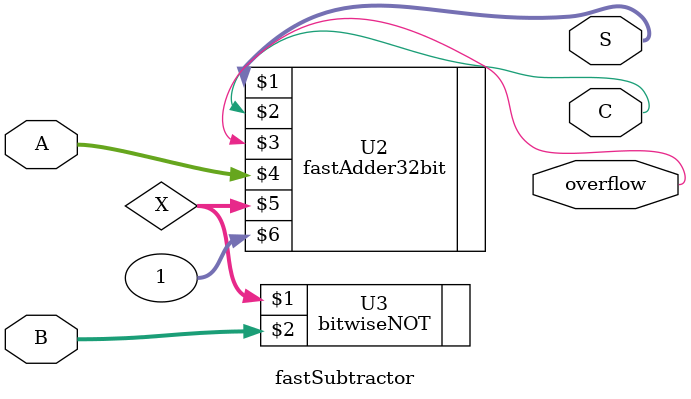
<source format=v>
`timescale 1ns/1ps
module fastSubtractor(
    output [31:0] S,
    output C,
    output overflow,
    input [31:0] A,
    input [31:0] B
);
//X wire is bitWise NOT of B
//Cin is 1 for adder
//We add A to 2's complement of B
wire [31:0] X;
bitwiseNOT U3(X,B);
fastAdder32bit U2(S[31:0],C,overflow,A[31:0],X[31:0],1);
endmodule
</source>
